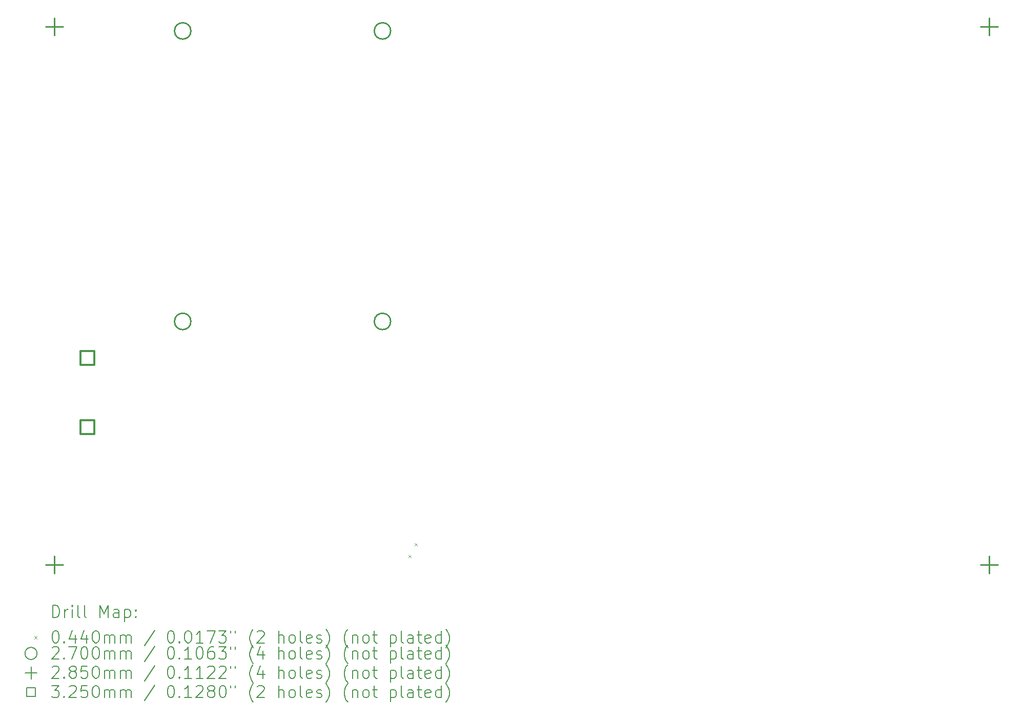
<source format=gbr>
%TF.GenerationSoftware,KiCad,Pcbnew,(6.0.9-0)*%
%TF.CreationDate,2023-02-07T08:34:23+01:00*%
%TF.ProjectId,Cockpit-CPU-Card,436f636b-7069-4742-9d43-50552d436172,A*%
%TF.SameCoordinates,Original*%
%TF.FileFunction,Drillmap*%
%TF.FilePolarity,Positive*%
%FSLAX45Y45*%
G04 Gerber Fmt 4.5, Leading zero omitted, Abs format (unit mm)*
G04 Created by KiCad (PCBNEW (6.0.9-0)) date 2023-02-07 08:34:23*
%MOMM*%
%LPD*%
G01*
G04 APERTURE LIST*
%ADD10C,0.200000*%
%ADD11C,0.044000*%
%ADD12C,0.270000*%
%ADD13C,0.285000*%
%ADD14C,0.325000*%
G04 APERTURE END LIST*
D10*
D11*
X13131000Y-14283000D02*
X13175000Y-14327000D01*
X13175000Y-14283000D02*
X13131000Y-14327000D01*
X13231000Y-14088000D02*
X13275000Y-14132000D01*
X13275000Y-14088000D02*
X13231000Y-14132000D01*
D12*
X9535000Y-5625000D02*
G75*
G03*
X9535000Y-5625000I-135000J0D01*
G01*
X9535000Y-10425000D02*
G75*
G03*
X9535000Y-10425000I-135000J0D01*
G01*
X12835000Y-5625000D02*
G75*
G03*
X12835000Y-5625000I-135000J0D01*
G01*
X12835000Y-10425000D02*
G75*
G03*
X12835000Y-10425000I-135000J0D01*
G01*
D13*
X7279400Y-5412500D02*
X7279400Y-5697500D01*
X7136900Y-5555000D02*
X7421900Y-5555000D01*
X7279400Y-14302500D02*
X7279400Y-14587500D01*
X7136900Y-14445000D02*
X7421900Y-14445000D01*
X22720600Y-5412500D02*
X22720600Y-5697500D01*
X22578100Y-5555000D02*
X22863100Y-5555000D01*
X22720600Y-14302500D02*
X22720600Y-14587500D01*
X22578100Y-14445000D02*
X22863100Y-14445000D01*
D14*
X7939906Y-11143406D02*
X7939906Y-10913594D01*
X7710094Y-10913594D01*
X7710094Y-11143406D01*
X7939906Y-11143406D01*
X7939906Y-12286406D02*
X7939906Y-12056594D01*
X7710094Y-12056594D01*
X7710094Y-12286406D01*
X7939906Y-12286406D01*
D10*
X7251619Y-15316476D02*
X7251619Y-15116476D01*
X7299238Y-15116476D01*
X7327809Y-15126000D01*
X7346857Y-15145048D01*
X7356381Y-15164095D01*
X7365905Y-15202190D01*
X7365905Y-15230762D01*
X7356381Y-15268857D01*
X7346857Y-15287905D01*
X7327809Y-15306952D01*
X7299238Y-15316476D01*
X7251619Y-15316476D01*
X7451619Y-15316476D02*
X7451619Y-15183143D01*
X7451619Y-15221238D02*
X7461143Y-15202190D01*
X7470667Y-15192667D01*
X7489714Y-15183143D01*
X7508762Y-15183143D01*
X7575428Y-15316476D02*
X7575428Y-15183143D01*
X7575428Y-15116476D02*
X7565905Y-15126000D01*
X7575428Y-15135524D01*
X7584952Y-15126000D01*
X7575428Y-15116476D01*
X7575428Y-15135524D01*
X7699238Y-15316476D02*
X7680190Y-15306952D01*
X7670667Y-15287905D01*
X7670667Y-15116476D01*
X7804000Y-15316476D02*
X7784952Y-15306952D01*
X7775428Y-15287905D01*
X7775428Y-15116476D01*
X8032571Y-15316476D02*
X8032571Y-15116476D01*
X8099238Y-15259333D01*
X8165905Y-15116476D01*
X8165905Y-15316476D01*
X8346857Y-15316476D02*
X8346857Y-15211714D01*
X8337333Y-15192667D01*
X8318286Y-15183143D01*
X8280190Y-15183143D01*
X8261143Y-15192667D01*
X8346857Y-15306952D02*
X8327809Y-15316476D01*
X8280190Y-15316476D01*
X8261143Y-15306952D01*
X8251619Y-15287905D01*
X8251619Y-15268857D01*
X8261143Y-15249809D01*
X8280190Y-15240286D01*
X8327809Y-15240286D01*
X8346857Y-15230762D01*
X8442095Y-15183143D02*
X8442095Y-15383143D01*
X8442095Y-15192667D02*
X8461143Y-15183143D01*
X8499238Y-15183143D01*
X8518286Y-15192667D01*
X8527810Y-15202190D01*
X8537333Y-15221238D01*
X8537333Y-15278381D01*
X8527810Y-15297428D01*
X8518286Y-15306952D01*
X8499238Y-15316476D01*
X8461143Y-15316476D01*
X8442095Y-15306952D01*
X8623048Y-15297428D02*
X8632571Y-15306952D01*
X8623048Y-15316476D01*
X8613524Y-15306952D01*
X8623048Y-15297428D01*
X8623048Y-15316476D01*
X8623048Y-15192667D02*
X8632571Y-15202190D01*
X8623048Y-15211714D01*
X8613524Y-15202190D01*
X8623048Y-15192667D01*
X8623048Y-15211714D01*
D11*
X6950000Y-15624000D02*
X6994000Y-15668000D01*
X6994000Y-15624000D02*
X6950000Y-15668000D01*
D10*
X7289714Y-15536476D02*
X7308762Y-15536476D01*
X7327809Y-15546000D01*
X7337333Y-15555524D01*
X7346857Y-15574571D01*
X7356381Y-15612667D01*
X7356381Y-15660286D01*
X7346857Y-15698381D01*
X7337333Y-15717428D01*
X7327809Y-15726952D01*
X7308762Y-15736476D01*
X7289714Y-15736476D01*
X7270667Y-15726952D01*
X7261143Y-15717428D01*
X7251619Y-15698381D01*
X7242095Y-15660286D01*
X7242095Y-15612667D01*
X7251619Y-15574571D01*
X7261143Y-15555524D01*
X7270667Y-15546000D01*
X7289714Y-15536476D01*
X7442095Y-15717428D02*
X7451619Y-15726952D01*
X7442095Y-15736476D01*
X7432571Y-15726952D01*
X7442095Y-15717428D01*
X7442095Y-15736476D01*
X7623048Y-15603143D02*
X7623048Y-15736476D01*
X7575428Y-15526952D02*
X7527809Y-15669809D01*
X7651619Y-15669809D01*
X7813524Y-15603143D02*
X7813524Y-15736476D01*
X7765905Y-15526952D02*
X7718286Y-15669809D01*
X7842095Y-15669809D01*
X7956381Y-15536476D02*
X7975428Y-15536476D01*
X7994476Y-15546000D01*
X8004000Y-15555524D01*
X8013524Y-15574571D01*
X8023048Y-15612667D01*
X8023048Y-15660286D01*
X8013524Y-15698381D01*
X8004000Y-15717428D01*
X7994476Y-15726952D01*
X7975428Y-15736476D01*
X7956381Y-15736476D01*
X7937333Y-15726952D01*
X7927809Y-15717428D01*
X7918286Y-15698381D01*
X7908762Y-15660286D01*
X7908762Y-15612667D01*
X7918286Y-15574571D01*
X7927809Y-15555524D01*
X7937333Y-15546000D01*
X7956381Y-15536476D01*
X8108762Y-15736476D02*
X8108762Y-15603143D01*
X8108762Y-15622190D02*
X8118286Y-15612667D01*
X8137333Y-15603143D01*
X8165905Y-15603143D01*
X8184952Y-15612667D01*
X8194476Y-15631714D01*
X8194476Y-15736476D01*
X8194476Y-15631714D02*
X8204000Y-15612667D01*
X8223048Y-15603143D01*
X8251619Y-15603143D01*
X8270667Y-15612667D01*
X8280190Y-15631714D01*
X8280190Y-15736476D01*
X8375428Y-15736476D02*
X8375428Y-15603143D01*
X8375428Y-15622190D02*
X8384952Y-15612667D01*
X8404000Y-15603143D01*
X8432571Y-15603143D01*
X8451619Y-15612667D01*
X8461143Y-15631714D01*
X8461143Y-15736476D01*
X8461143Y-15631714D02*
X8470667Y-15612667D01*
X8489714Y-15603143D01*
X8518286Y-15603143D01*
X8537333Y-15612667D01*
X8546857Y-15631714D01*
X8546857Y-15736476D01*
X8937333Y-15526952D02*
X8765905Y-15784095D01*
X9194476Y-15536476D02*
X9213524Y-15536476D01*
X9232571Y-15546000D01*
X9242095Y-15555524D01*
X9251619Y-15574571D01*
X9261143Y-15612667D01*
X9261143Y-15660286D01*
X9251619Y-15698381D01*
X9242095Y-15717428D01*
X9232571Y-15726952D01*
X9213524Y-15736476D01*
X9194476Y-15736476D01*
X9175429Y-15726952D01*
X9165905Y-15717428D01*
X9156381Y-15698381D01*
X9146857Y-15660286D01*
X9146857Y-15612667D01*
X9156381Y-15574571D01*
X9165905Y-15555524D01*
X9175429Y-15546000D01*
X9194476Y-15536476D01*
X9346857Y-15717428D02*
X9356381Y-15726952D01*
X9346857Y-15736476D01*
X9337333Y-15726952D01*
X9346857Y-15717428D01*
X9346857Y-15736476D01*
X9480190Y-15536476D02*
X9499238Y-15536476D01*
X9518286Y-15546000D01*
X9527810Y-15555524D01*
X9537333Y-15574571D01*
X9546857Y-15612667D01*
X9546857Y-15660286D01*
X9537333Y-15698381D01*
X9527810Y-15717428D01*
X9518286Y-15726952D01*
X9499238Y-15736476D01*
X9480190Y-15736476D01*
X9461143Y-15726952D01*
X9451619Y-15717428D01*
X9442095Y-15698381D01*
X9432571Y-15660286D01*
X9432571Y-15612667D01*
X9442095Y-15574571D01*
X9451619Y-15555524D01*
X9461143Y-15546000D01*
X9480190Y-15536476D01*
X9737333Y-15736476D02*
X9623048Y-15736476D01*
X9680190Y-15736476D02*
X9680190Y-15536476D01*
X9661143Y-15565048D01*
X9642095Y-15584095D01*
X9623048Y-15593619D01*
X9804000Y-15536476D02*
X9937333Y-15536476D01*
X9851619Y-15736476D01*
X9994476Y-15536476D02*
X10118286Y-15536476D01*
X10051619Y-15612667D01*
X10080190Y-15612667D01*
X10099238Y-15622190D01*
X10108762Y-15631714D01*
X10118286Y-15650762D01*
X10118286Y-15698381D01*
X10108762Y-15717428D01*
X10099238Y-15726952D01*
X10080190Y-15736476D01*
X10023048Y-15736476D01*
X10004000Y-15726952D01*
X9994476Y-15717428D01*
X10194476Y-15536476D02*
X10194476Y-15574571D01*
X10270667Y-15536476D02*
X10270667Y-15574571D01*
X10565905Y-15812667D02*
X10556381Y-15803143D01*
X10537333Y-15774571D01*
X10527810Y-15755524D01*
X10518286Y-15726952D01*
X10508762Y-15679333D01*
X10508762Y-15641238D01*
X10518286Y-15593619D01*
X10527810Y-15565048D01*
X10537333Y-15546000D01*
X10556381Y-15517428D01*
X10565905Y-15507905D01*
X10632571Y-15555524D02*
X10642095Y-15546000D01*
X10661143Y-15536476D01*
X10708762Y-15536476D01*
X10727810Y-15546000D01*
X10737333Y-15555524D01*
X10746857Y-15574571D01*
X10746857Y-15593619D01*
X10737333Y-15622190D01*
X10623048Y-15736476D01*
X10746857Y-15736476D01*
X10984952Y-15736476D02*
X10984952Y-15536476D01*
X11070667Y-15736476D02*
X11070667Y-15631714D01*
X11061143Y-15612667D01*
X11042095Y-15603143D01*
X11013524Y-15603143D01*
X10994476Y-15612667D01*
X10984952Y-15622190D01*
X11194476Y-15736476D02*
X11175429Y-15726952D01*
X11165905Y-15717428D01*
X11156381Y-15698381D01*
X11156381Y-15641238D01*
X11165905Y-15622190D01*
X11175429Y-15612667D01*
X11194476Y-15603143D01*
X11223048Y-15603143D01*
X11242095Y-15612667D01*
X11251619Y-15622190D01*
X11261143Y-15641238D01*
X11261143Y-15698381D01*
X11251619Y-15717428D01*
X11242095Y-15726952D01*
X11223048Y-15736476D01*
X11194476Y-15736476D01*
X11375428Y-15736476D02*
X11356381Y-15726952D01*
X11346857Y-15707905D01*
X11346857Y-15536476D01*
X11527809Y-15726952D02*
X11508762Y-15736476D01*
X11470667Y-15736476D01*
X11451619Y-15726952D01*
X11442095Y-15707905D01*
X11442095Y-15631714D01*
X11451619Y-15612667D01*
X11470667Y-15603143D01*
X11508762Y-15603143D01*
X11527809Y-15612667D01*
X11537333Y-15631714D01*
X11537333Y-15650762D01*
X11442095Y-15669809D01*
X11613524Y-15726952D02*
X11632571Y-15736476D01*
X11670667Y-15736476D01*
X11689714Y-15726952D01*
X11699238Y-15707905D01*
X11699238Y-15698381D01*
X11689714Y-15679333D01*
X11670667Y-15669809D01*
X11642095Y-15669809D01*
X11623048Y-15660286D01*
X11613524Y-15641238D01*
X11613524Y-15631714D01*
X11623048Y-15612667D01*
X11642095Y-15603143D01*
X11670667Y-15603143D01*
X11689714Y-15612667D01*
X11765905Y-15812667D02*
X11775428Y-15803143D01*
X11794476Y-15774571D01*
X11804000Y-15755524D01*
X11813524Y-15726952D01*
X11823048Y-15679333D01*
X11823048Y-15641238D01*
X11813524Y-15593619D01*
X11804000Y-15565048D01*
X11794476Y-15546000D01*
X11775428Y-15517428D01*
X11765905Y-15507905D01*
X12127809Y-15812667D02*
X12118286Y-15803143D01*
X12099238Y-15774571D01*
X12089714Y-15755524D01*
X12080190Y-15726952D01*
X12070667Y-15679333D01*
X12070667Y-15641238D01*
X12080190Y-15593619D01*
X12089714Y-15565048D01*
X12099238Y-15546000D01*
X12118286Y-15517428D01*
X12127809Y-15507905D01*
X12204000Y-15603143D02*
X12204000Y-15736476D01*
X12204000Y-15622190D02*
X12213524Y-15612667D01*
X12232571Y-15603143D01*
X12261143Y-15603143D01*
X12280190Y-15612667D01*
X12289714Y-15631714D01*
X12289714Y-15736476D01*
X12413524Y-15736476D02*
X12394476Y-15726952D01*
X12384952Y-15717428D01*
X12375428Y-15698381D01*
X12375428Y-15641238D01*
X12384952Y-15622190D01*
X12394476Y-15612667D01*
X12413524Y-15603143D01*
X12442095Y-15603143D01*
X12461143Y-15612667D01*
X12470667Y-15622190D01*
X12480190Y-15641238D01*
X12480190Y-15698381D01*
X12470667Y-15717428D01*
X12461143Y-15726952D01*
X12442095Y-15736476D01*
X12413524Y-15736476D01*
X12537333Y-15603143D02*
X12613524Y-15603143D01*
X12565905Y-15536476D02*
X12565905Y-15707905D01*
X12575428Y-15726952D01*
X12594476Y-15736476D01*
X12613524Y-15736476D01*
X12832571Y-15603143D02*
X12832571Y-15803143D01*
X12832571Y-15612667D02*
X12851619Y-15603143D01*
X12889714Y-15603143D01*
X12908762Y-15612667D01*
X12918286Y-15622190D01*
X12927809Y-15641238D01*
X12927809Y-15698381D01*
X12918286Y-15717428D01*
X12908762Y-15726952D01*
X12889714Y-15736476D01*
X12851619Y-15736476D01*
X12832571Y-15726952D01*
X13042095Y-15736476D02*
X13023048Y-15726952D01*
X13013524Y-15707905D01*
X13013524Y-15536476D01*
X13204000Y-15736476D02*
X13204000Y-15631714D01*
X13194476Y-15612667D01*
X13175428Y-15603143D01*
X13137333Y-15603143D01*
X13118286Y-15612667D01*
X13204000Y-15726952D02*
X13184952Y-15736476D01*
X13137333Y-15736476D01*
X13118286Y-15726952D01*
X13108762Y-15707905D01*
X13108762Y-15688857D01*
X13118286Y-15669809D01*
X13137333Y-15660286D01*
X13184952Y-15660286D01*
X13204000Y-15650762D01*
X13270667Y-15603143D02*
X13346857Y-15603143D01*
X13299238Y-15536476D02*
X13299238Y-15707905D01*
X13308762Y-15726952D01*
X13327809Y-15736476D01*
X13346857Y-15736476D01*
X13489714Y-15726952D02*
X13470667Y-15736476D01*
X13432571Y-15736476D01*
X13413524Y-15726952D01*
X13404000Y-15707905D01*
X13404000Y-15631714D01*
X13413524Y-15612667D01*
X13432571Y-15603143D01*
X13470667Y-15603143D01*
X13489714Y-15612667D01*
X13499238Y-15631714D01*
X13499238Y-15650762D01*
X13404000Y-15669809D01*
X13670667Y-15736476D02*
X13670667Y-15536476D01*
X13670667Y-15726952D02*
X13651619Y-15736476D01*
X13613524Y-15736476D01*
X13594476Y-15726952D01*
X13584952Y-15717428D01*
X13575428Y-15698381D01*
X13575428Y-15641238D01*
X13584952Y-15622190D01*
X13594476Y-15612667D01*
X13613524Y-15603143D01*
X13651619Y-15603143D01*
X13670667Y-15612667D01*
X13746857Y-15812667D02*
X13756381Y-15803143D01*
X13775428Y-15774571D01*
X13784952Y-15755524D01*
X13794476Y-15726952D01*
X13804000Y-15679333D01*
X13804000Y-15641238D01*
X13794476Y-15593619D01*
X13784952Y-15565048D01*
X13775428Y-15546000D01*
X13756381Y-15517428D01*
X13746857Y-15507905D01*
X6994000Y-15910000D02*
G75*
G03*
X6994000Y-15910000I-100000J0D01*
G01*
X7242095Y-15819524D02*
X7251619Y-15810000D01*
X7270667Y-15800476D01*
X7318286Y-15800476D01*
X7337333Y-15810000D01*
X7346857Y-15819524D01*
X7356381Y-15838571D01*
X7356381Y-15857619D01*
X7346857Y-15886190D01*
X7232571Y-16000476D01*
X7356381Y-16000476D01*
X7442095Y-15981428D02*
X7451619Y-15990952D01*
X7442095Y-16000476D01*
X7432571Y-15990952D01*
X7442095Y-15981428D01*
X7442095Y-16000476D01*
X7518286Y-15800476D02*
X7651619Y-15800476D01*
X7565905Y-16000476D01*
X7765905Y-15800476D02*
X7784952Y-15800476D01*
X7804000Y-15810000D01*
X7813524Y-15819524D01*
X7823048Y-15838571D01*
X7832571Y-15876667D01*
X7832571Y-15924286D01*
X7823048Y-15962381D01*
X7813524Y-15981428D01*
X7804000Y-15990952D01*
X7784952Y-16000476D01*
X7765905Y-16000476D01*
X7746857Y-15990952D01*
X7737333Y-15981428D01*
X7727809Y-15962381D01*
X7718286Y-15924286D01*
X7718286Y-15876667D01*
X7727809Y-15838571D01*
X7737333Y-15819524D01*
X7746857Y-15810000D01*
X7765905Y-15800476D01*
X7956381Y-15800476D02*
X7975428Y-15800476D01*
X7994476Y-15810000D01*
X8004000Y-15819524D01*
X8013524Y-15838571D01*
X8023048Y-15876667D01*
X8023048Y-15924286D01*
X8013524Y-15962381D01*
X8004000Y-15981428D01*
X7994476Y-15990952D01*
X7975428Y-16000476D01*
X7956381Y-16000476D01*
X7937333Y-15990952D01*
X7927809Y-15981428D01*
X7918286Y-15962381D01*
X7908762Y-15924286D01*
X7908762Y-15876667D01*
X7918286Y-15838571D01*
X7927809Y-15819524D01*
X7937333Y-15810000D01*
X7956381Y-15800476D01*
X8108762Y-16000476D02*
X8108762Y-15867143D01*
X8108762Y-15886190D02*
X8118286Y-15876667D01*
X8137333Y-15867143D01*
X8165905Y-15867143D01*
X8184952Y-15876667D01*
X8194476Y-15895714D01*
X8194476Y-16000476D01*
X8194476Y-15895714D02*
X8204000Y-15876667D01*
X8223048Y-15867143D01*
X8251619Y-15867143D01*
X8270667Y-15876667D01*
X8280190Y-15895714D01*
X8280190Y-16000476D01*
X8375428Y-16000476D02*
X8375428Y-15867143D01*
X8375428Y-15886190D02*
X8384952Y-15876667D01*
X8404000Y-15867143D01*
X8432571Y-15867143D01*
X8451619Y-15876667D01*
X8461143Y-15895714D01*
X8461143Y-16000476D01*
X8461143Y-15895714D02*
X8470667Y-15876667D01*
X8489714Y-15867143D01*
X8518286Y-15867143D01*
X8537333Y-15876667D01*
X8546857Y-15895714D01*
X8546857Y-16000476D01*
X8937333Y-15790952D02*
X8765905Y-16048095D01*
X9194476Y-15800476D02*
X9213524Y-15800476D01*
X9232571Y-15810000D01*
X9242095Y-15819524D01*
X9251619Y-15838571D01*
X9261143Y-15876667D01*
X9261143Y-15924286D01*
X9251619Y-15962381D01*
X9242095Y-15981428D01*
X9232571Y-15990952D01*
X9213524Y-16000476D01*
X9194476Y-16000476D01*
X9175429Y-15990952D01*
X9165905Y-15981428D01*
X9156381Y-15962381D01*
X9146857Y-15924286D01*
X9146857Y-15876667D01*
X9156381Y-15838571D01*
X9165905Y-15819524D01*
X9175429Y-15810000D01*
X9194476Y-15800476D01*
X9346857Y-15981428D02*
X9356381Y-15990952D01*
X9346857Y-16000476D01*
X9337333Y-15990952D01*
X9346857Y-15981428D01*
X9346857Y-16000476D01*
X9546857Y-16000476D02*
X9432571Y-16000476D01*
X9489714Y-16000476D02*
X9489714Y-15800476D01*
X9470667Y-15829048D01*
X9451619Y-15848095D01*
X9432571Y-15857619D01*
X9670667Y-15800476D02*
X9689714Y-15800476D01*
X9708762Y-15810000D01*
X9718286Y-15819524D01*
X9727810Y-15838571D01*
X9737333Y-15876667D01*
X9737333Y-15924286D01*
X9727810Y-15962381D01*
X9718286Y-15981428D01*
X9708762Y-15990952D01*
X9689714Y-16000476D01*
X9670667Y-16000476D01*
X9651619Y-15990952D01*
X9642095Y-15981428D01*
X9632571Y-15962381D01*
X9623048Y-15924286D01*
X9623048Y-15876667D01*
X9632571Y-15838571D01*
X9642095Y-15819524D01*
X9651619Y-15810000D01*
X9670667Y-15800476D01*
X9908762Y-15800476D02*
X9870667Y-15800476D01*
X9851619Y-15810000D01*
X9842095Y-15819524D01*
X9823048Y-15848095D01*
X9813524Y-15886190D01*
X9813524Y-15962381D01*
X9823048Y-15981428D01*
X9832571Y-15990952D01*
X9851619Y-16000476D01*
X9889714Y-16000476D01*
X9908762Y-15990952D01*
X9918286Y-15981428D01*
X9927810Y-15962381D01*
X9927810Y-15914762D01*
X9918286Y-15895714D01*
X9908762Y-15886190D01*
X9889714Y-15876667D01*
X9851619Y-15876667D01*
X9832571Y-15886190D01*
X9823048Y-15895714D01*
X9813524Y-15914762D01*
X9994476Y-15800476D02*
X10118286Y-15800476D01*
X10051619Y-15876667D01*
X10080190Y-15876667D01*
X10099238Y-15886190D01*
X10108762Y-15895714D01*
X10118286Y-15914762D01*
X10118286Y-15962381D01*
X10108762Y-15981428D01*
X10099238Y-15990952D01*
X10080190Y-16000476D01*
X10023048Y-16000476D01*
X10004000Y-15990952D01*
X9994476Y-15981428D01*
X10194476Y-15800476D02*
X10194476Y-15838571D01*
X10270667Y-15800476D02*
X10270667Y-15838571D01*
X10565905Y-16076667D02*
X10556381Y-16067143D01*
X10537333Y-16038571D01*
X10527810Y-16019524D01*
X10518286Y-15990952D01*
X10508762Y-15943333D01*
X10508762Y-15905238D01*
X10518286Y-15857619D01*
X10527810Y-15829048D01*
X10537333Y-15810000D01*
X10556381Y-15781428D01*
X10565905Y-15771905D01*
X10727810Y-15867143D02*
X10727810Y-16000476D01*
X10680190Y-15790952D02*
X10632571Y-15933809D01*
X10756381Y-15933809D01*
X10984952Y-16000476D02*
X10984952Y-15800476D01*
X11070667Y-16000476D02*
X11070667Y-15895714D01*
X11061143Y-15876667D01*
X11042095Y-15867143D01*
X11013524Y-15867143D01*
X10994476Y-15876667D01*
X10984952Y-15886190D01*
X11194476Y-16000476D02*
X11175429Y-15990952D01*
X11165905Y-15981428D01*
X11156381Y-15962381D01*
X11156381Y-15905238D01*
X11165905Y-15886190D01*
X11175429Y-15876667D01*
X11194476Y-15867143D01*
X11223048Y-15867143D01*
X11242095Y-15876667D01*
X11251619Y-15886190D01*
X11261143Y-15905238D01*
X11261143Y-15962381D01*
X11251619Y-15981428D01*
X11242095Y-15990952D01*
X11223048Y-16000476D01*
X11194476Y-16000476D01*
X11375428Y-16000476D02*
X11356381Y-15990952D01*
X11346857Y-15971905D01*
X11346857Y-15800476D01*
X11527809Y-15990952D02*
X11508762Y-16000476D01*
X11470667Y-16000476D01*
X11451619Y-15990952D01*
X11442095Y-15971905D01*
X11442095Y-15895714D01*
X11451619Y-15876667D01*
X11470667Y-15867143D01*
X11508762Y-15867143D01*
X11527809Y-15876667D01*
X11537333Y-15895714D01*
X11537333Y-15914762D01*
X11442095Y-15933809D01*
X11613524Y-15990952D02*
X11632571Y-16000476D01*
X11670667Y-16000476D01*
X11689714Y-15990952D01*
X11699238Y-15971905D01*
X11699238Y-15962381D01*
X11689714Y-15943333D01*
X11670667Y-15933809D01*
X11642095Y-15933809D01*
X11623048Y-15924286D01*
X11613524Y-15905238D01*
X11613524Y-15895714D01*
X11623048Y-15876667D01*
X11642095Y-15867143D01*
X11670667Y-15867143D01*
X11689714Y-15876667D01*
X11765905Y-16076667D02*
X11775428Y-16067143D01*
X11794476Y-16038571D01*
X11804000Y-16019524D01*
X11813524Y-15990952D01*
X11823048Y-15943333D01*
X11823048Y-15905238D01*
X11813524Y-15857619D01*
X11804000Y-15829048D01*
X11794476Y-15810000D01*
X11775428Y-15781428D01*
X11765905Y-15771905D01*
X12127809Y-16076667D02*
X12118286Y-16067143D01*
X12099238Y-16038571D01*
X12089714Y-16019524D01*
X12080190Y-15990952D01*
X12070667Y-15943333D01*
X12070667Y-15905238D01*
X12080190Y-15857619D01*
X12089714Y-15829048D01*
X12099238Y-15810000D01*
X12118286Y-15781428D01*
X12127809Y-15771905D01*
X12204000Y-15867143D02*
X12204000Y-16000476D01*
X12204000Y-15886190D02*
X12213524Y-15876667D01*
X12232571Y-15867143D01*
X12261143Y-15867143D01*
X12280190Y-15876667D01*
X12289714Y-15895714D01*
X12289714Y-16000476D01*
X12413524Y-16000476D02*
X12394476Y-15990952D01*
X12384952Y-15981428D01*
X12375428Y-15962381D01*
X12375428Y-15905238D01*
X12384952Y-15886190D01*
X12394476Y-15876667D01*
X12413524Y-15867143D01*
X12442095Y-15867143D01*
X12461143Y-15876667D01*
X12470667Y-15886190D01*
X12480190Y-15905238D01*
X12480190Y-15962381D01*
X12470667Y-15981428D01*
X12461143Y-15990952D01*
X12442095Y-16000476D01*
X12413524Y-16000476D01*
X12537333Y-15867143D02*
X12613524Y-15867143D01*
X12565905Y-15800476D02*
X12565905Y-15971905D01*
X12575428Y-15990952D01*
X12594476Y-16000476D01*
X12613524Y-16000476D01*
X12832571Y-15867143D02*
X12832571Y-16067143D01*
X12832571Y-15876667D02*
X12851619Y-15867143D01*
X12889714Y-15867143D01*
X12908762Y-15876667D01*
X12918286Y-15886190D01*
X12927809Y-15905238D01*
X12927809Y-15962381D01*
X12918286Y-15981428D01*
X12908762Y-15990952D01*
X12889714Y-16000476D01*
X12851619Y-16000476D01*
X12832571Y-15990952D01*
X13042095Y-16000476D02*
X13023048Y-15990952D01*
X13013524Y-15971905D01*
X13013524Y-15800476D01*
X13204000Y-16000476D02*
X13204000Y-15895714D01*
X13194476Y-15876667D01*
X13175428Y-15867143D01*
X13137333Y-15867143D01*
X13118286Y-15876667D01*
X13204000Y-15990952D02*
X13184952Y-16000476D01*
X13137333Y-16000476D01*
X13118286Y-15990952D01*
X13108762Y-15971905D01*
X13108762Y-15952857D01*
X13118286Y-15933809D01*
X13137333Y-15924286D01*
X13184952Y-15924286D01*
X13204000Y-15914762D01*
X13270667Y-15867143D02*
X13346857Y-15867143D01*
X13299238Y-15800476D02*
X13299238Y-15971905D01*
X13308762Y-15990952D01*
X13327809Y-16000476D01*
X13346857Y-16000476D01*
X13489714Y-15990952D02*
X13470667Y-16000476D01*
X13432571Y-16000476D01*
X13413524Y-15990952D01*
X13404000Y-15971905D01*
X13404000Y-15895714D01*
X13413524Y-15876667D01*
X13432571Y-15867143D01*
X13470667Y-15867143D01*
X13489714Y-15876667D01*
X13499238Y-15895714D01*
X13499238Y-15914762D01*
X13404000Y-15933809D01*
X13670667Y-16000476D02*
X13670667Y-15800476D01*
X13670667Y-15990952D02*
X13651619Y-16000476D01*
X13613524Y-16000476D01*
X13594476Y-15990952D01*
X13584952Y-15981428D01*
X13575428Y-15962381D01*
X13575428Y-15905238D01*
X13584952Y-15886190D01*
X13594476Y-15876667D01*
X13613524Y-15867143D01*
X13651619Y-15867143D01*
X13670667Y-15876667D01*
X13746857Y-16076667D02*
X13756381Y-16067143D01*
X13775428Y-16038571D01*
X13784952Y-16019524D01*
X13794476Y-15990952D01*
X13804000Y-15943333D01*
X13804000Y-15905238D01*
X13794476Y-15857619D01*
X13784952Y-15829048D01*
X13775428Y-15810000D01*
X13756381Y-15781428D01*
X13746857Y-15771905D01*
X6894000Y-16130000D02*
X6894000Y-16330000D01*
X6794000Y-16230000D02*
X6994000Y-16230000D01*
X7242095Y-16139524D02*
X7251619Y-16130000D01*
X7270667Y-16120476D01*
X7318286Y-16120476D01*
X7337333Y-16130000D01*
X7346857Y-16139524D01*
X7356381Y-16158571D01*
X7356381Y-16177619D01*
X7346857Y-16206190D01*
X7232571Y-16320476D01*
X7356381Y-16320476D01*
X7442095Y-16301428D02*
X7451619Y-16310952D01*
X7442095Y-16320476D01*
X7432571Y-16310952D01*
X7442095Y-16301428D01*
X7442095Y-16320476D01*
X7565905Y-16206190D02*
X7546857Y-16196667D01*
X7537333Y-16187143D01*
X7527809Y-16168095D01*
X7527809Y-16158571D01*
X7537333Y-16139524D01*
X7546857Y-16130000D01*
X7565905Y-16120476D01*
X7604000Y-16120476D01*
X7623048Y-16130000D01*
X7632571Y-16139524D01*
X7642095Y-16158571D01*
X7642095Y-16168095D01*
X7632571Y-16187143D01*
X7623048Y-16196667D01*
X7604000Y-16206190D01*
X7565905Y-16206190D01*
X7546857Y-16215714D01*
X7537333Y-16225238D01*
X7527809Y-16244286D01*
X7527809Y-16282381D01*
X7537333Y-16301428D01*
X7546857Y-16310952D01*
X7565905Y-16320476D01*
X7604000Y-16320476D01*
X7623048Y-16310952D01*
X7632571Y-16301428D01*
X7642095Y-16282381D01*
X7642095Y-16244286D01*
X7632571Y-16225238D01*
X7623048Y-16215714D01*
X7604000Y-16206190D01*
X7823048Y-16120476D02*
X7727809Y-16120476D01*
X7718286Y-16215714D01*
X7727809Y-16206190D01*
X7746857Y-16196667D01*
X7794476Y-16196667D01*
X7813524Y-16206190D01*
X7823048Y-16215714D01*
X7832571Y-16234762D01*
X7832571Y-16282381D01*
X7823048Y-16301428D01*
X7813524Y-16310952D01*
X7794476Y-16320476D01*
X7746857Y-16320476D01*
X7727809Y-16310952D01*
X7718286Y-16301428D01*
X7956381Y-16120476D02*
X7975428Y-16120476D01*
X7994476Y-16130000D01*
X8004000Y-16139524D01*
X8013524Y-16158571D01*
X8023048Y-16196667D01*
X8023048Y-16244286D01*
X8013524Y-16282381D01*
X8004000Y-16301428D01*
X7994476Y-16310952D01*
X7975428Y-16320476D01*
X7956381Y-16320476D01*
X7937333Y-16310952D01*
X7927809Y-16301428D01*
X7918286Y-16282381D01*
X7908762Y-16244286D01*
X7908762Y-16196667D01*
X7918286Y-16158571D01*
X7927809Y-16139524D01*
X7937333Y-16130000D01*
X7956381Y-16120476D01*
X8108762Y-16320476D02*
X8108762Y-16187143D01*
X8108762Y-16206190D02*
X8118286Y-16196667D01*
X8137333Y-16187143D01*
X8165905Y-16187143D01*
X8184952Y-16196667D01*
X8194476Y-16215714D01*
X8194476Y-16320476D01*
X8194476Y-16215714D02*
X8204000Y-16196667D01*
X8223048Y-16187143D01*
X8251619Y-16187143D01*
X8270667Y-16196667D01*
X8280190Y-16215714D01*
X8280190Y-16320476D01*
X8375428Y-16320476D02*
X8375428Y-16187143D01*
X8375428Y-16206190D02*
X8384952Y-16196667D01*
X8404000Y-16187143D01*
X8432571Y-16187143D01*
X8451619Y-16196667D01*
X8461143Y-16215714D01*
X8461143Y-16320476D01*
X8461143Y-16215714D02*
X8470667Y-16196667D01*
X8489714Y-16187143D01*
X8518286Y-16187143D01*
X8537333Y-16196667D01*
X8546857Y-16215714D01*
X8546857Y-16320476D01*
X8937333Y-16110952D02*
X8765905Y-16368095D01*
X9194476Y-16120476D02*
X9213524Y-16120476D01*
X9232571Y-16130000D01*
X9242095Y-16139524D01*
X9251619Y-16158571D01*
X9261143Y-16196667D01*
X9261143Y-16244286D01*
X9251619Y-16282381D01*
X9242095Y-16301428D01*
X9232571Y-16310952D01*
X9213524Y-16320476D01*
X9194476Y-16320476D01*
X9175429Y-16310952D01*
X9165905Y-16301428D01*
X9156381Y-16282381D01*
X9146857Y-16244286D01*
X9146857Y-16196667D01*
X9156381Y-16158571D01*
X9165905Y-16139524D01*
X9175429Y-16130000D01*
X9194476Y-16120476D01*
X9346857Y-16301428D02*
X9356381Y-16310952D01*
X9346857Y-16320476D01*
X9337333Y-16310952D01*
X9346857Y-16301428D01*
X9346857Y-16320476D01*
X9546857Y-16320476D02*
X9432571Y-16320476D01*
X9489714Y-16320476D02*
X9489714Y-16120476D01*
X9470667Y-16149048D01*
X9451619Y-16168095D01*
X9432571Y-16177619D01*
X9737333Y-16320476D02*
X9623048Y-16320476D01*
X9680190Y-16320476D02*
X9680190Y-16120476D01*
X9661143Y-16149048D01*
X9642095Y-16168095D01*
X9623048Y-16177619D01*
X9813524Y-16139524D02*
X9823048Y-16130000D01*
X9842095Y-16120476D01*
X9889714Y-16120476D01*
X9908762Y-16130000D01*
X9918286Y-16139524D01*
X9927810Y-16158571D01*
X9927810Y-16177619D01*
X9918286Y-16206190D01*
X9804000Y-16320476D01*
X9927810Y-16320476D01*
X10004000Y-16139524D02*
X10013524Y-16130000D01*
X10032571Y-16120476D01*
X10080190Y-16120476D01*
X10099238Y-16130000D01*
X10108762Y-16139524D01*
X10118286Y-16158571D01*
X10118286Y-16177619D01*
X10108762Y-16206190D01*
X9994476Y-16320476D01*
X10118286Y-16320476D01*
X10194476Y-16120476D02*
X10194476Y-16158571D01*
X10270667Y-16120476D02*
X10270667Y-16158571D01*
X10565905Y-16396667D02*
X10556381Y-16387143D01*
X10537333Y-16358571D01*
X10527810Y-16339524D01*
X10518286Y-16310952D01*
X10508762Y-16263333D01*
X10508762Y-16225238D01*
X10518286Y-16177619D01*
X10527810Y-16149048D01*
X10537333Y-16130000D01*
X10556381Y-16101428D01*
X10565905Y-16091905D01*
X10727810Y-16187143D02*
X10727810Y-16320476D01*
X10680190Y-16110952D02*
X10632571Y-16253809D01*
X10756381Y-16253809D01*
X10984952Y-16320476D02*
X10984952Y-16120476D01*
X11070667Y-16320476D02*
X11070667Y-16215714D01*
X11061143Y-16196667D01*
X11042095Y-16187143D01*
X11013524Y-16187143D01*
X10994476Y-16196667D01*
X10984952Y-16206190D01*
X11194476Y-16320476D02*
X11175429Y-16310952D01*
X11165905Y-16301428D01*
X11156381Y-16282381D01*
X11156381Y-16225238D01*
X11165905Y-16206190D01*
X11175429Y-16196667D01*
X11194476Y-16187143D01*
X11223048Y-16187143D01*
X11242095Y-16196667D01*
X11251619Y-16206190D01*
X11261143Y-16225238D01*
X11261143Y-16282381D01*
X11251619Y-16301428D01*
X11242095Y-16310952D01*
X11223048Y-16320476D01*
X11194476Y-16320476D01*
X11375428Y-16320476D02*
X11356381Y-16310952D01*
X11346857Y-16291905D01*
X11346857Y-16120476D01*
X11527809Y-16310952D02*
X11508762Y-16320476D01*
X11470667Y-16320476D01*
X11451619Y-16310952D01*
X11442095Y-16291905D01*
X11442095Y-16215714D01*
X11451619Y-16196667D01*
X11470667Y-16187143D01*
X11508762Y-16187143D01*
X11527809Y-16196667D01*
X11537333Y-16215714D01*
X11537333Y-16234762D01*
X11442095Y-16253809D01*
X11613524Y-16310952D02*
X11632571Y-16320476D01*
X11670667Y-16320476D01*
X11689714Y-16310952D01*
X11699238Y-16291905D01*
X11699238Y-16282381D01*
X11689714Y-16263333D01*
X11670667Y-16253809D01*
X11642095Y-16253809D01*
X11623048Y-16244286D01*
X11613524Y-16225238D01*
X11613524Y-16215714D01*
X11623048Y-16196667D01*
X11642095Y-16187143D01*
X11670667Y-16187143D01*
X11689714Y-16196667D01*
X11765905Y-16396667D02*
X11775428Y-16387143D01*
X11794476Y-16358571D01*
X11804000Y-16339524D01*
X11813524Y-16310952D01*
X11823048Y-16263333D01*
X11823048Y-16225238D01*
X11813524Y-16177619D01*
X11804000Y-16149048D01*
X11794476Y-16130000D01*
X11775428Y-16101428D01*
X11765905Y-16091905D01*
X12127809Y-16396667D02*
X12118286Y-16387143D01*
X12099238Y-16358571D01*
X12089714Y-16339524D01*
X12080190Y-16310952D01*
X12070667Y-16263333D01*
X12070667Y-16225238D01*
X12080190Y-16177619D01*
X12089714Y-16149048D01*
X12099238Y-16130000D01*
X12118286Y-16101428D01*
X12127809Y-16091905D01*
X12204000Y-16187143D02*
X12204000Y-16320476D01*
X12204000Y-16206190D02*
X12213524Y-16196667D01*
X12232571Y-16187143D01*
X12261143Y-16187143D01*
X12280190Y-16196667D01*
X12289714Y-16215714D01*
X12289714Y-16320476D01*
X12413524Y-16320476D02*
X12394476Y-16310952D01*
X12384952Y-16301428D01*
X12375428Y-16282381D01*
X12375428Y-16225238D01*
X12384952Y-16206190D01*
X12394476Y-16196667D01*
X12413524Y-16187143D01*
X12442095Y-16187143D01*
X12461143Y-16196667D01*
X12470667Y-16206190D01*
X12480190Y-16225238D01*
X12480190Y-16282381D01*
X12470667Y-16301428D01*
X12461143Y-16310952D01*
X12442095Y-16320476D01*
X12413524Y-16320476D01*
X12537333Y-16187143D02*
X12613524Y-16187143D01*
X12565905Y-16120476D02*
X12565905Y-16291905D01*
X12575428Y-16310952D01*
X12594476Y-16320476D01*
X12613524Y-16320476D01*
X12832571Y-16187143D02*
X12832571Y-16387143D01*
X12832571Y-16196667D02*
X12851619Y-16187143D01*
X12889714Y-16187143D01*
X12908762Y-16196667D01*
X12918286Y-16206190D01*
X12927809Y-16225238D01*
X12927809Y-16282381D01*
X12918286Y-16301428D01*
X12908762Y-16310952D01*
X12889714Y-16320476D01*
X12851619Y-16320476D01*
X12832571Y-16310952D01*
X13042095Y-16320476D02*
X13023048Y-16310952D01*
X13013524Y-16291905D01*
X13013524Y-16120476D01*
X13204000Y-16320476D02*
X13204000Y-16215714D01*
X13194476Y-16196667D01*
X13175428Y-16187143D01*
X13137333Y-16187143D01*
X13118286Y-16196667D01*
X13204000Y-16310952D02*
X13184952Y-16320476D01*
X13137333Y-16320476D01*
X13118286Y-16310952D01*
X13108762Y-16291905D01*
X13108762Y-16272857D01*
X13118286Y-16253809D01*
X13137333Y-16244286D01*
X13184952Y-16244286D01*
X13204000Y-16234762D01*
X13270667Y-16187143D02*
X13346857Y-16187143D01*
X13299238Y-16120476D02*
X13299238Y-16291905D01*
X13308762Y-16310952D01*
X13327809Y-16320476D01*
X13346857Y-16320476D01*
X13489714Y-16310952D02*
X13470667Y-16320476D01*
X13432571Y-16320476D01*
X13413524Y-16310952D01*
X13404000Y-16291905D01*
X13404000Y-16215714D01*
X13413524Y-16196667D01*
X13432571Y-16187143D01*
X13470667Y-16187143D01*
X13489714Y-16196667D01*
X13499238Y-16215714D01*
X13499238Y-16234762D01*
X13404000Y-16253809D01*
X13670667Y-16320476D02*
X13670667Y-16120476D01*
X13670667Y-16310952D02*
X13651619Y-16320476D01*
X13613524Y-16320476D01*
X13594476Y-16310952D01*
X13584952Y-16301428D01*
X13575428Y-16282381D01*
X13575428Y-16225238D01*
X13584952Y-16206190D01*
X13594476Y-16196667D01*
X13613524Y-16187143D01*
X13651619Y-16187143D01*
X13670667Y-16196667D01*
X13746857Y-16396667D02*
X13756381Y-16387143D01*
X13775428Y-16358571D01*
X13784952Y-16339524D01*
X13794476Y-16310952D01*
X13804000Y-16263333D01*
X13804000Y-16225238D01*
X13794476Y-16177619D01*
X13784952Y-16149048D01*
X13775428Y-16130000D01*
X13756381Y-16101428D01*
X13746857Y-16091905D01*
X6964711Y-16620711D02*
X6964711Y-16479289D01*
X6823289Y-16479289D01*
X6823289Y-16620711D01*
X6964711Y-16620711D01*
X7232571Y-16440476D02*
X7356381Y-16440476D01*
X7289714Y-16516667D01*
X7318286Y-16516667D01*
X7337333Y-16526190D01*
X7346857Y-16535714D01*
X7356381Y-16554762D01*
X7356381Y-16602381D01*
X7346857Y-16621428D01*
X7337333Y-16630952D01*
X7318286Y-16640476D01*
X7261143Y-16640476D01*
X7242095Y-16630952D01*
X7232571Y-16621428D01*
X7442095Y-16621428D02*
X7451619Y-16630952D01*
X7442095Y-16640476D01*
X7432571Y-16630952D01*
X7442095Y-16621428D01*
X7442095Y-16640476D01*
X7527809Y-16459524D02*
X7537333Y-16450000D01*
X7556381Y-16440476D01*
X7604000Y-16440476D01*
X7623048Y-16450000D01*
X7632571Y-16459524D01*
X7642095Y-16478571D01*
X7642095Y-16497619D01*
X7632571Y-16526190D01*
X7518286Y-16640476D01*
X7642095Y-16640476D01*
X7823048Y-16440476D02*
X7727809Y-16440476D01*
X7718286Y-16535714D01*
X7727809Y-16526190D01*
X7746857Y-16516667D01*
X7794476Y-16516667D01*
X7813524Y-16526190D01*
X7823048Y-16535714D01*
X7832571Y-16554762D01*
X7832571Y-16602381D01*
X7823048Y-16621428D01*
X7813524Y-16630952D01*
X7794476Y-16640476D01*
X7746857Y-16640476D01*
X7727809Y-16630952D01*
X7718286Y-16621428D01*
X7956381Y-16440476D02*
X7975428Y-16440476D01*
X7994476Y-16450000D01*
X8004000Y-16459524D01*
X8013524Y-16478571D01*
X8023048Y-16516667D01*
X8023048Y-16564286D01*
X8013524Y-16602381D01*
X8004000Y-16621428D01*
X7994476Y-16630952D01*
X7975428Y-16640476D01*
X7956381Y-16640476D01*
X7937333Y-16630952D01*
X7927809Y-16621428D01*
X7918286Y-16602381D01*
X7908762Y-16564286D01*
X7908762Y-16516667D01*
X7918286Y-16478571D01*
X7927809Y-16459524D01*
X7937333Y-16450000D01*
X7956381Y-16440476D01*
X8108762Y-16640476D02*
X8108762Y-16507143D01*
X8108762Y-16526190D02*
X8118286Y-16516667D01*
X8137333Y-16507143D01*
X8165905Y-16507143D01*
X8184952Y-16516667D01*
X8194476Y-16535714D01*
X8194476Y-16640476D01*
X8194476Y-16535714D02*
X8204000Y-16516667D01*
X8223048Y-16507143D01*
X8251619Y-16507143D01*
X8270667Y-16516667D01*
X8280190Y-16535714D01*
X8280190Y-16640476D01*
X8375428Y-16640476D02*
X8375428Y-16507143D01*
X8375428Y-16526190D02*
X8384952Y-16516667D01*
X8404000Y-16507143D01*
X8432571Y-16507143D01*
X8451619Y-16516667D01*
X8461143Y-16535714D01*
X8461143Y-16640476D01*
X8461143Y-16535714D02*
X8470667Y-16516667D01*
X8489714Y-16507143D01*
X8518286Y-16507143D01*
X8537333Y-16516667D01*
X8546857Y-16535714D01*
X8546857Y-16640476D01*
X8937333Y-16430952D02*
X8765905Y-16688095D01*
X9194476Y-16440476D02*
X9213524Y-16440476D01*
X9232571Y-16450000D01*
X9242095Y-16459524D01*
X9251619Y-16478571D01*
X9261143Y-16516667D01*
X9261143Y-16564286D01*
X9251619Y-16602381D01*
X9242095Y-16621428D01*
X9232571Y-16630952D01*
X9213524Y-16640476D01*
X9194476Y-16640476D01*
X9175429Y-16630952D01*
X9165905Y-16621428D01*
X9156381Y-16602381D01*
X9146857Y-16564286D01*
X9146857Y-16516667D01*
X9156381Y-16478571D01*
X9165905Y-16459524D01*
X9175429Y-16450000D01*
X9194476Y-16440476D01*
X9346857Y-16621428D02*
X9356381Y-16630952D01*
X9346857Y-16640476D01*
X9337333Y-16630952D01*
X9346857Y-16621428D01*
X9346857Y-16640476D01*
X9546857Y-16640476D02*
X9432571Y-16640476D01*
X9489714Y-16640476D02*
X9489714Y-16440476D01*
X9470667Y-16469048D01*
X9451619Y-16488095D01*
X9432571Y-16497619D01*
X9623048Y-16459524D02*
X9632571Y-16450000D01*
X9651619Y-16440476D01*
X9699238Y-16440476D01*
X9718286Y-16450000D01*
X9727810Y-16459524D01*
X9737333Y-16478571D01*
X9737333Y-16497619D01*
X9727810Y-16526190D01*
X9613524Y-16640476D01*
X9737333Y-16640476D01*
X9851619Y-16526190D02*
X9832571Y-16516667D01*
X9823048Y-16507143D01*
X9813524Y-16488095D01*
X9813524Y-16478571D01*
X9823048Y-16459524D01*
X9832571Y-16450000D01*
X9851619Y-16440476D01*
X9889714Y-16440476D01*
X9908762Y-16450000D01*
X9918286Y-16459524D01*
X9927810Y-16478571D01*
X9927810Y-16488095D01*
X9918286Y-16507143D01*
X9908762Y-16516667D01*
X9889714Y-16526190D01*
X9851619Y-16526190D01*
X9832571Y-16535714D01*
X9823048Y-16545238D01*
X9813524Y-16564286D01*
X9813524Y-16602381D01*
X9823048Y-16621428D01*
X9832571Y-16630952D01*
X9851619Y-16640476D01*
X9889714Y-16640476D01*
X9908762Y-16630952D01*
X9918286Y-16621428D01*
X9927810Y-16602381D01*
X9927810Y-16564286D01*
X9918286Y-16545238D01*
X9908762Y-16535714D01*
X9889714Y-16526190D01*
X10051619Y-16440476D02*
X10070667Y-16440476D01*
X10089714Y-16450000D01*
X10099238Y-16459524D01*
X10108762Y-16478571D01*
X10118286Y-16516667D01*
X10118286Y-16564286D01*
X10108762Y-16602381D01*
X10099238Y-16621428D01*
X10089714Y-16630952D01*
X10070667Y-16640476D01*
X10051619Y-16640476D01*
X10032571Y-16630952D01*
X10023048Y-16621428D01*
X10013524Y-16602381D01*
X10004000Y-16564286D01*
X10004000Y-16516667D01*
X10013524Y-16478571D01*
X10023048Y-16459524D01*
X10032571Y-16450000D01*
X10051619Y-16440476D01*
X10194476Y-16440476D02*
X10194476Y-16478571D01*
X10270667Y-16440476D02*
X10270667Y-16478571D01*
X10565905Y-16716667D02*
X10556381Y-16707143D01*
X10537333Y-16678571D01*
X10527810Y-16659524D01*
X10518286Y-16630952D01*
X10508762Y-16583333D01*
X10508762Y-16545238D01*
X10518286Y-16497619D01*
X10527810Y-16469048D01*
X10537333Y-16450000D01*
X10556381Y-16421428D01*
X10565905Y-16411905D01*
X10632571Y-16459524D02*
X10642095Y-16450000D01*
X10661143Y-16440476D01*
X10708762Y-16440476D01*
X10727810Y-16450000D01*
X10737333Y-16459524D01*
X10746857Y-16478571D01*
X10746857Y-16497619D01*
X10737333Y-16526190D01*
X10623048Y-16640476D01*
X10746857Y-16640476D01*
X10984952Y-16640476D02*
X10984952Y-16440476D01*
X11070667Y-16640476D02*
X11070667Y-16535714D01*
X11061143Y-16516667D01*
X11042095Y-16507143D01*
X11013524Y-16507143D01*
X10994476Y-16516667D01*
X10984952Y-16526190D01*
X11194476Y-16640476D02*
X11175429Y-16630952D01*
X11165905Y-16621428D01*
X11156381Y-16602381D01*
X11156381Y-16545238D01*
X11165905Y-16526190D01*
X11175429Y-16516667D01*
X11194476Y-16507143D01*
X11223048Y-16507143D01*
X11242095Y-16516667D01*
X11251619Y-16526190D01*
X11261143Y-16545238D01*
X11261143Y-16602381D01*
X11251619Y-16621428D01*
X11242095Y-16630952D01*
X11223048Y-16640476D01*
X11194476Y-16640476D01*
X11375428Y-16640476D02*
X11356381Y-16630952D01*
X11346857Y-16611905D01*
X11346857Y-16440476D01*
X11527809Y-16630952D02*
X11508762Y-16640476D01*
X11470667Y-16640476D01*
X11451619Y-16630952D01*
X11442095Y-16611905D01*
X11442095Y-16535714D01*
X11451619Y-16516667D01*
X11470667Y-16507143D01*
X11508762Y-16507143D01*
X11527809Y-16516667D01*
X11537333Y-16535714D01*
X11537333Y-16554762D01*
X11442095Y-16573809D01*
X11613524Y-16630952D02*
X11632571Y-16640476D01*
X11670667Y-16640476D01*
X11689714Y-16630952D01*
X11699238Y-16611905D01*
X11699238Y-16602381D01*
X11689714Y-16583333D01*
X11670667Y-16573809D01*
X11642095Y-16573809D01*
X11623048Y-16564286D01*
X11613524Y-16545238D01*
X11613524Y-16535714D01*
X11623048Y-16516667D01*
X11642095Y-16507143D01*
X11670667Y-16507143D01*
X11689714Y-16516667D01*
X11765905Y-16716667D02*
X11775428Y-16707143D01*
X11794476Y-16678571D01*
X11804000Y-16659524D01*
X11813524Y-16630952D01*
X11823048Y-16583333D01*
X11823048Y-16545238D01*
X11813524Y-16497619D01*
X11804000Y-16469048D01*
X11794476Y-16450000D01*
X11775428Y-16421428D01*
X11765905Y-16411905D01*
X12127809Y-16716667D02*
X12118286Y-16707143D01*
X12099238Y-16678571D01*
X12089714Y-16659524D01*
X12080190Y-16630952D01*
X12070667Y-16583333D01*
X12070667Y-16545238D01*
X12080190Y-16497619D01*
X12089714Y-16469048D01*
X12099238Y-16450000D01*
X12118286Y-16421428D01*
X12127809Y-16411905D01*
X12204000Y-16507143D02*
X12204000Y-16640476D01*
X12204000Y-16526190D02*
X12213524Y-16516667D01*
X12232571Y-16507143D01*
X12261143Y-16507143D01*
X12280190Y-16516667D01*
X12289714Y-16535714D01*
X12289714Y-16640476D01*
X12413524Y-16640476D02*
X12394476Y-16630952D01*
X12384952Y-16621428D01*
X12375428Y-16602381D01*
X12375428Y-16545238D01*
X12384952Y-16526190D01*
X12394476Y-16516667D01*
X12413524Y-16507143D01*
X12442095Y-16507143D01*
X12461143Y-16516667D01*
X12470667Y-16526190D01*
X12480190Y-16545238D01*
X12480190Y-16602381D01*
X12470667Y-16621428D01*
X12461143Y-16630952D01*
X12442095Y-16640476D01*
X12413524Y-16640476D01*
X12537333Y-16507143D02*
X12613524Y-16507143D01*
X12565905Y-16440476D02*
X12565905Y-16611905D01*
X12575428Y-16630952D01*
X12594476Y-16640476D01*
X12613524Y-16640476D01*
X12832571Y-16507143D02*
X12832571Y-16707143D01*
X12832571Y-16516667D02*
X12851619Y-16507143D01*
X12889714Y-16507143D01*
X12908762Y-16516667D01*
X12918286Y-16526190D01*
X12927809Y-16545238D01*
X12927809Y-16602381D01*
X12918286Y-16621428D01*
X12908762Y-16630952D01*
X12889714Y-16640476D01*
X12851619Y-16640476D01*
X12832571Y-16630952D01*
X13042095Y-16640476D02*
X13023048Y-16630952D01*
X13013524Y-16611905D01*
X13013524Y-16440476D01*
X13204000Y-16640476D02*
X13204000Y-16535714D01*
X13194476Y-16516667D01*
X13175428Y-16507143D01*
X13137333Y-16507143D01*
X13118286Y-16516667D01*
X13204000Y-16630952D02*
X13184952Y-16640476D01*
X13137333Y-16640476D01*
X13118286Y-16630952D01*
X13108762Y-16611905D01*
X13108762Y-16592857D01*
X13118286Y-16573809D01*
X13137333Y-16564286D01*
X13184952Y-16564286D01*
X13204000Y-16554762D01*
X13270667Y-16507143D02*
X13346857Y-16507143D01*
X13299238Y-16440476D02*
X13299238Y-16611905D01*
X13308762Y-16630952D01*
X13327809Y-16640476D01*
X13346857Y-16640476D01*
X13489714Y-16630952D02*
X13470667Y-16640476D01*
X13432571Y-16640476D01*
X13413524Y-16630952D01*
X13404000Y-16611905D01*
X13404000Y-16535714D01*
X13413524Y-16516667D01*
X13432571Y-16507143D01*
X13470667Y-16507143D01*
X13489714Y-16516667D01*
X13499238Y-16535714D01*
X13499238Y-16554762D01*
X13404000Y-16573809D01*
X13670667Y-16640476D02*
X13670667Y-16440476D01*
X13670667Y-16630952D02*
X13651619Y-16640476D01*
X13613524Y-16640476D01*
X13594476Y-16630952D01*
X13584952Y-16621428D01*
X13575428Y-16602381D01*
X13575428Y-16545238D01*
X13584952Y-16526190D01*
X13594476Y-16516667D01*
X13613524Y-16507143D01*
X13651619Y-16507143D01*
X13670667Y-16516667D01*
X13746857Y-16716667D02*
X13756381Y-16707143D01*
X13775428Y-16678571D01*
X13784952Y-16659524D01*
X13794476Y-16630952D01*
X13804000Y-16583333D01*
X13804000Y-16545238D01*
X13794476Y-16497619D01*
X13784952Y-16469048D01*
X13775428Y-16450000D01*
X13756381Y-16421428D01*
X13746857Y-16411905D01*
M02*

</source>
